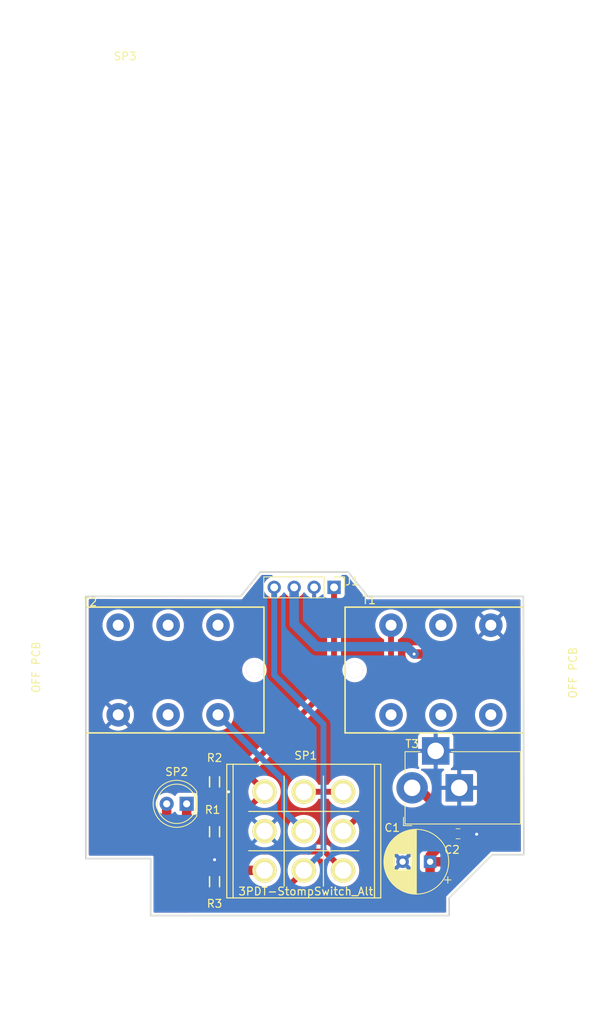
<source format=kicad_pcb>
(kicad_pcb (version 20221018) (generator pcbnew)
  (layers (0 "F.Cu" signal) (31 "B.Cu" signal) (34 "B.Paste" user) (35 "F.Paste" user) (36 "B.SilkS" user "B.Silkscreen") (37 "F.SilkS" user "F.Silkscreen") (38 "B.Mask" user) (39 "F.Mask" user) (44 "Edge.Cuts" user))
  (net 0 "")
  (net 1 "GND")
  (net 2 "+9V")
  (net 3 "Net-(R1-Pad2)")
  (net 4 "Net-(R1-Pad1)")
  (net 5 "Net-(T1-Pad5)")
  (net 6 "Net-(T1-Pad3)")
  (net 7 "Net-(T1-Pad2)")
  (net 8 "Net-(T1-Pad1)")
  (net 9 "Net-(T2-Pad5)")
  (net 10 "Net-(T2-Pad3)")
  (net 11 "Net-(T2-Pad2)")
  (net 12 "Net-(T2-Pad1)")
  (net 13 "/OUT")
  (net 14 "/IN")
  (net 15 "/Pedal_IN")
  (net 16 "/Pedal_OUT")
  (net 17 "/BYPASS")
  (footprint "AVR-KiCAD-Lib-Capacitors:C0805" (layer "F.Cu") (at 145.126 151.842)
    (fp_text reference "C2" (at -0.762 2.032 180) (layer "F.SilkS"))
    (fp_text value "CL21B104KCFNNNE" hide)
    (fp_line (start -0.254 -0.635) (end 0.254 -0.635) (stroke (width 0.1)) (layer "F.SilkS"))
    (fp_line (start -0.254 0.635) (end 0.254 0.635) (stroke (width 0.1)) (layer "F.SilkS"))
    (pad "1" smd roundrect (at -0.95 0) (size 1.321 1.524) (layers "F.Cu" "F.Paste" "F.Mask") (net 2 "+9V"))
    (pad "2" smd roundrect (at 0.95 0) (size 1.321 1.524) (layers "F.Cu" "F.Paste" "F.Mask") (net 1 "GND"))
  )
  (footprint "Connector_PinHeader_2.54mm:PinHeader_1x04_P2.54mm_Vertical" (layer "F.Cu") (at 129.35 120.5 -90)
    (fp_text reference "J1" (at -0.762 -2.286 180) (layer "F.SilkS"))
    (fp_text value "Conn_01x04_Female" hide)
    (fp_line (start -1.33 -1.33) (end 0 -1.33) (stroke (width 0.12)) (layer "F.SilkS"))
    (fp_line (start -1.33 0) (end -1.33 -1.33) (stroke (width 0.12)) (layer "F.SilkS"))
    (fp_line (start -1.33 1.27) (end -1.33 8.95) (stroke (width 0.12)) (layer "F.SilkS"))
    (fp_line (start -1.33 1.27) (end 1.33 1.27) (stroke (width 0.12)) (layer "F.SilkS"))
    (fp_line (start -1.33 8.95) (end 1.33 8.95) (stroke (width 0.12)) (layer "F.SilkS"))
    (fp_line (start 1.33 1.27) (end 1.33 8.95) (stroke (width 0.12)) (layer "F.SilkS"))
    (pad "1" thru_hole rect (at 0 0 270) (size 1.7 1.7) (drill 1) (layers "*.Cu" "*.Mask") (net 14 "/IN"))
    (pad "2" thru_hole oval (at 0 2.54 270) (size 1.7 1.7) (drill 1) (layers "*.Cu" "*.Mask") (net 1 "GND"))
    (pad "3" thru_hole oval (at 0 5.08 270) (size 1.7 1.7) (drill 1) (layers "*.Cu" "*.Mask") (net 2 "+9V"))
    (pad "4" thru_hole oval (at 0 7.62 270) (size 1.7 1.7) (drill 1) (layers "*.Cu" "*.Mask") (net 13 "/OUT"))
  )
  (footprint "AVR-KiCAD-Lib-Resistors:R1206" (layer "F.Cu") (at 114.138 151.588 90)
    (fp_text reference "R1" (at 2.794 -0.254) (layer "F.SilkS"))
    (fp_text value "RC1206FR-071KL" hide)
    (fp_line (start -0.635 -0.635) (end 0.635 -0.635) (stroke (width 0.2)) (layer "F.SilkS"))
    (fp_line (start 0.635 0.635) (end -0.635 0.635) (stroke (width 0.2)) (layer "F.SilkS"))
    (pad "1" smd roundrect (at -1.325 0 90) (size 1.1 2) (layers "F.Cu" "F.Paste" "F.Mask") (net 4 "Net-(R1-Pad1)"))
    (pad "2" smd roundrect (at 1.325 0 90) (size 1.1 2) (layers "F.Cu" "F.Paste" "F.Mask") (net 3 "Net-(R1-Pad2)"))
  )
  (footprint "AVR-KiCAD-Lib-Resistors:R1206" (layer "F.Cu") (at 114.138 145.238 -90)
    (fp_text reference "R2" (at -3.048 0 180) (layer "F.SilkS"))
    (fp_text value "RC1206FR-071ML" hide)
    (fp_line (start -0.635 -0.635) (end 0.635 -0.635) (stroke (width 0.2)) (layer "F.SilkS"))
    (fp_line (start 0.635 0.635) (end -0.635 0.635) (stroke (width 0.2)) (layer "F.SilkS"))
    (pad "1" smd roundrect (at -1.325 0 270) (size 1.1 2) (layers "F.Cu" "F.Paste" "F.Mask") (net 14 "/IN"))
    (pad "2" smd roundrect (at 1.325 0 270) (size 1.1 2) (layers "F.Cu" "F.Paste" "F.Mask") (net 1 "GND"))
  )
  (footprint "AVR-KiCAD-Lib-Resistors:R1206" (layer "F.Cu") (at 114.138 157.938 90)
    (fp_text reference "R3" (at -2.794 0) (layer "F.SilkS"))
    (fp_text value "RC1206FR-071ML" hide)
    (fp_line (start -0.635 -0.635) (end 0.635 -0.635) (stroke (width 0.2)) (layer "F.SilkS"))
    (fp_line (start 0.635 0.635) (end -0.635 0.635) (stroke (width 0.2)) (layer "F.SilkS"))
    (pad "1" smd roundrect (at -1.325 0 90) (size 1.1 2) (layers "F.Cu" "F.Paste" "F.Mask") (net 13 "/OUT"))
    (pad "2" smd roundrect (at 1.325 0 90) (size 1.1 2) (layers "F.Cu" "F.Paste" "F.Mask") (net 1 "GND"))
  )
  (footprint "AVR-KiCAD-Lib-Diodesl:LED_D5.0mm" (layer "F.Cu") (at 110.582 148.032 180)
    (fp_text reference "SP2" (at 1.27 4.064 180) (layer "F.SilkS"))
    (fp_text value "HLMP-4700-C0002" hide)
    (fp_line (start -1.29 -1.545) (end -1.29 1.545) (stroke (width 0.12)) (layer "F.SilkS"))
    (fp_arc (start -1.29 -1.54483) (mid 2.072002 -2.880433) (end 4.26 0.000462) (stroke (width 0.12)) (layer "F.SilkS"))
    (fp_arc (start 4.26 -0.000462) (mid 2.072002 2.880433) (end -1.29 1.54483) (stroke (width 0.12)) (layer "F.SilkS"))
    (fp_circle (center 1.27 0) (end 3.77 0) (stroke (width 0.12)) (fill none) (layer "F.SilkS"))
    (pad "1" thru_hole rect (at 0 0 180) (size 1.8 1.8) (drill 0.9) (layers "*.Cu" "*.Mask") (net 3 "Net-(R1-Pad2)"))
    (pad "2" thru_hole circle (at 2.54 0 180) (size 1.8 1.8) (drill 0.9) (layers "*.Cu" "*.Mask") (net 2 "+9V"))
  )
  (footprint "AVR-KiCAD-Lib-Connectors:ACJS-MHDR" (layer "F.Cu") (at 142.95 131.014)
    (fp_text reference "T1" (at -9.144 -8.89) (layer "F.SilkS"))
    (fp_text value "ACJS-MHDR")
    (fp_text user "OFF PCB" (at 16.8 0.35 90) (layer "F.SilkS"))
    (fp_line (start -12.2 -8) (end 10.5 -8) (stroke (width 0.2)) (layer "F.SilkS"))
    (fp_line (start -12.2 8) (end -12.2 -8) (stroke (width 0.2)) (layer "F.SilkS"))
    (fp_line (start -12.2 8) (end 10.5 8) (stroke (width 0.2)) (layer "F.SilkS"))
    (pad "1" thru_hole circle (at 6.35 5.7) (size 3 3) (drill 1.4) (layers "*.Cu" "*.Mask") (net 8 "Net-(T1-Pad1)"))
    (pad "2" thru_hole circle (at 0 5.7) (size 3 3) (drill 1.4) (layers "*.Cu" "*.Mask") (net 7 "Net-(T1-Pad2)"))
    (pad "3" thru_hole circle (at -6.35 5.7) (size 3 3) (drill 1.4) (layers "*.Cu" "*.Mask") (net 6 "Net-(T1-Pad3)"))
    (pad "4" thru_hole circle (at 6.35 -5.7) (size 3 3) (drill 1.4) (layers "*.Cu" "*.Mask") (net 1 "GND"))
    (pad "5" thru_hole circle (at 0 -5.7) (size 3 3) (drill 1.4) (layers "*.Cu" "*.Mask") (net 5 "Net-(T1-Pad5)"))
    (pad "6" thru_hole circle (at -6.35 -5.7) (size 3 3) (drill 1.4) (layers "*.Cu" "*.Mask") (net 15 "/Pedal_IN"))
    (pad "7" thru_hole circle (at -10.98 0) (size 2.1 2.1) (drill 2.1) (layers "*.Cu" "*.Mask"))
  )
  (footprint "AVR-KiCAD-Lib-Connectors:ACJS-MHDR" (layer "F.Cu") (at 108.225 131.014 180)
    (fp_text reference "T2" (at 9.906 8.636 180) (layer "F.SilkS"))
    (fp_text value "ACJS-MHDR")
    (fp_text user "OFF PCB" (at 16.8 0.35 270) (layer "F.SilkS"))
    (fp_line (start -12.2 -8) (end 10.5 -8) (stroke (width 0.2)) (layer "F.SilkS"))
    (fp_line (start -12.2 8) (end -12.2 -8) (stroke (width 0.2)) (layer "F.SilkS"))
    (fp_line (start -12.2 8) (end 10.5 8) (stroke (width 0.2)) (layer "F.SilkS"))
    (pad "1" thru_hole circle (at 6.35 5.7 180) (size 3 3) (drill 1.4) (layers "*.Cu" "*.Mask") (net 12 "Net-(T2-Pad1)"))
    (pad "2" thru_hole circle (at 0 5.7 180) (size 3 3) (drill 1.4) (layers "*.Cu" "*.Mask") (net 11 "Net-(T2-Pad2)"))
    (pad "3" thru_hole circle (at -6.35 5.7 180) (size 3 3) (drill 1.4) (layers "*.Cu" "*.Mask") (net 10 "Net-(T2-Pad3)"))
    (pad "4" thru_hole circle (at 6.35 -5.7 180) (size 3 3) (drill 1.4) (layers "*.Cu" "*.Mask") (net 1 "GND"))
    (pad "5" thru_hole circle (at 0 -5.7 180) (size 3 3) (drill 1.4) (layers "*.Cu" "*.Mask") (net 9 "Net-(T2-Pad5)"))
    (pad "6" thru_hole circle (at -6.35 -5.7 180) (size 3 3) (drill 1.4) (layers "*.Cu" "*.Mask") (net 16 "/Pedal_OUT"))
    (pad "7" thru_hole circle (at -10.98 0 180) (size 2.1 2.1) (drill 2.1) (layers "*.Cu" "*.Mask"))
  )
  (footprint "AVR-KiCAD-Lib-Special:Switches_Stomp_Switch_3PDT" (layer "F.Cu") (at 125.494107 151.5)
    (fp_text reference "SP1" (at 0.254 -9.604) (layer "F.SilkS"))
    (fp_text value "3PDT-StompSwitch_Alt" (at 0.254 7.668) (layer "F.SilkS"))
    (fp_line (start -9.8 -8.5) (end -9 -8.5) (stroke (width 0.15)) (layer "F.SilkS"))
    (fp_line (start -9.8 8.5) (end -9.8 -8.5) (stroke (width 0.15)) (layer "F.SilkS"))
    (fp_line (start -9 -8.5) (end 9 -8.5) (stroke (width 0.15)) (layer "F.SilkS"))
    (fp_line (start -9 8.5) (end -9.8 8.5) (stroke (width 0.15)) (layer "F.SilkS"))
    (fp_line (start -9 8.5) (end -9 -8.5) (stroke (width 0.15)) (layer "F.SilkS"))
    (fp_line (start -9 8.5) (end 9 8.5) (stroke (width 0.15)) (layer "F.SilkS"))
    (fp_line (start -7 -2.5) (end 7 -2.5) (stroke (width 0.15)) (layer "F.SilkS"))
    (fp_line (start -2.5 -7) (end -2.5 7) (stroke (width 0.15)) (layer "F.SilkS"))
    (fp_line (start 2.5 7) (end 2.5 -7) (stroke (width 0.15)) (layer "F.SilkS"))
    (fp_line (start 7 2.5) (end -7 2.5) (stroke (width 0.15)) (layer "F.SilkS"))
    (fp_line (start 9 -8.5) (end 9 0) (stroke (width 0.15)) (layer "F.SilkS"))
    (fp_line (start 9 8.5) (end 9 0) (stroke (width 0.15)) (layer "F.SilkS"))
    (fp_line (start 9.8 -8.5) (end 9 -8.5) (stroke (width 0.15)) (layer "F.SilkS"))
    (fp_line (start 9.8 8.5) (end 9 8.5) (stroke (width 0.15)) (layer "F.SilkS"))
    (fp_line (start 9.8 8.5) (end 9.8 -8.5) (stroke (width 0.15)) (layer "F.SilkS"))
    (pad "1" thru_hole circle locked (at 5 -5) (size 3.1 3.1) (drill 2.1) (layers "*.Cu" "*.Mask" "F.SilkS") (net 17 "/BYPASS"))
    (pad "2" thru_hole circle locked (at 0 -5) (size 3.1 3.1) (drill 2.1) (layers "*.Cu" "*.Mask" "F.SilkS") (net 17 "/BYPASS"))
    (pad "3" thru_hole circle locked (at -5 -5) (size 3.1 3.1) (drill 2.1) (layers "*.Cu" "*.Mask" "F.SilkS") (net 14 "/IN"))
    (pad "4" thru_hole circle locked (at 5 0) (size 3.1 3.1) (drill 2.1) (layers "*.Cu" "*.Mask" "F.SilkS") (net 15 "/Pedal_IN"))
    (pad "5" thru_hole circle locked (at 0 0) (size 3.1 3.1) (drill 2.1) (layers "*.Cu" "*.Mask" "F.SilkS") (net 16 "/Pedal_OUT"))
    (pad "6" thru_hole circle locked (at -5 0) (size 3.1 3.1) (drill 2.1) (layers "*.Cu" "*.Mask" "F.SilkS") (net 1 "GND"))
    (pad "7" thru_hole circle locked (at 5 5) (size 3.1 3.1) (drill 2.1) (layers "*.Cu" "*.Mask" "F.SilkS") (net 14 "/IN"))
    (pad "8" thru_hole circle locked (at 0 5) (size 3.1 3.1) (drill 2.1) (layers "*.Cu" "*.Mask" "F.SilkS") (net 13 "/OUT"))
    (pad "9" thru_hole circle locked (at -5 5) (size 3.1 3.1) (drill 2.1) (layers "*.Cu" "*.Mask" "F.SilkS") (net 4 "Net-(R1-Pad1)"))
  )
  (footprint "AVR-KiCAD-Lib-Capacitors:CP_Radial_D8.0mm_P3.50mm" (layer "F.Cu") (at 141.57 155.398 180)
    (fp_text reference "C1" (at 4.826 4.318 180) (layer "F.SilkS"))
    (fp_text value "UFW1H101MPD" hide)
    (fp_line (start -2.659698 -2.315) (end -1.859698 -2.315) (stroke (width 0.12)) (layer "F.SilkS"))
    (fp_line (start -2.259698 -2.715) (end -2.259698 -1.915) (stroke (width 0.12)) (layer "F.SilkS"))
    (fp_line (start 1.75 -4.08) (end 1.75 4.08) (stroke (width 0.12)) (layer "F.SilkS"))
    (fp_line (start 1.79 -4.08) (end 1.79 4.08) (stroke (width 0.12)) (layer "F.SilkS"))
    (fp_line (start 1.83 -4.08) (end 1.83 4.08) (stroke (width 0.12)) (layer "F.SilkS"))
    (fp_line (start 1.87 -4.079) (end 1.87 4.079) (stroke (width 0.12)) (layer "F.SilkS"))
    (fp_line (start 1.91 -4.077) (end 1.91 4.077) (stroke (width 0.12)) (layer "F.SilkS"))
    (fp_line (start 1.95 -4.076) (end 1.95 4.076) (stroke (width 0.12)) (layer "F.SilkS"))
    (fp_line (start 1.99 -4.074) (end 1.99 4.074) (stroke (width 0.12)) (layer "F.SilkS"))
    (fp_line (start 2.03 -4.071) (end 2.03 4.071) (stroke (width 0.12)) (layer "F.SilkS"))
    (fp_line (start 2.07 -4.068) (end 2.07 4.068) (stroke (width 0.12)) (layer "F.SilkS"))
    (fp_line (start 2.11 -4.065) (end 2.11 4.065) (stroke (width 0.12)) (layer "F.SilkS"))
    (fp_line (start 2.15 -4.061) (end 2.15 4.061) (stroke (width 0.12)) (layer "F.SilkS"))
    (fp_line (start 2.19 -4.057) (end 2.19 4.057) (stroke (width 0.12)) (layer "F.SilkS"))
    (fp_line (start 2.23 -4.052) (end 2.23 4.052) (stroke (width 0.12)) (layer "F.SilkS"))
    (fp_line (start 2.27 -4.048) (end 2.27 4.048) (stroke (width 0.12)) (layer "F.SilkS"))
    (fp_line (start 2.31 -4.042) (end 2.31 4.042) (stroke (width 0.12)) (layer "F.SilkS"))
    (fp_line (start 2.35 -4.037) (end 2.35 4.037) (stroke (width 0.12)) (layer "F.SilkS"))
    (fp_line (start 2.39 -4.03) (end 2.39 4.03) (stroke (width 0.12)) (layer "F.SilkS"))
    (fp_line (start 2.43 -4.024) (end 2.43 4.024) (stroke (width 0.12)) (layer "F.SilkS"))
    (fp_line (start 2.471 -4.017) (end 2.471 -1.04) (stroke (width 0.12)) (layer "F.SilkS"))
    (fp_line (start 2.471 1.04) (end 2.471 4.017) (stroke (width 0.12)) (layer "F.SilkS"))
    (fp_line (start 2.511 -4.01) (end 2.511 -1.04) (stroke (width 0.12)) (layer "F.SilkS"))
    (fp_line (start 2.511 1.04) (end 2.511 4.01) (stroke (width 0.12)) (layer "F.SilkS"))
    (fp_line (start 2.551 -4.002) (end 2.551 -1.04) (stroke (width 0.12)) (layer "F.SilkS"))
    (fp_line (start 2.551 1.04) (end 2.551 4.002) (stroke (width 0.12)) (layer "F.SilkS"))
    (fp_line (start 2.591 -3.994) (end 2.591 -1.04) (stroke (width 0.12)) (layer "F.SilkS"))
    (fp_line (start 2.591 1.04) (end 2.591 3.994) (stroke (width 0.12)) (layer "F.SilkS"))
    (fp_line (start 2.631 -3.985) (end 2.631 -1.04) (stroke (width 0.12)) (layer "F.SilkS"))
    (fp_line (start 2.631 1.04) (end 2.631 3.985) (stroke (width 0.12)) (layer "F.SilkS"))
    (fp_line (start 2.671 -3.976) (end 2.671 -1.04) (stroke (width 0.12)) (layer "F.SilkS"))
    (fp_line (start 2.671 1.04) (end 2.671 3.976) (stroke (width 0.12)) (layer "F.SilkS"))
    (fp_line (start 2.711 -3.967) (end 2.711 -1.04) (stroke (width 0.12)) (layer "F.SilkS"))
    (fp_line (start 2.711 1.04) (end 2.711 3.967) (stroke (width 0.12)) (layer "F.SilkS"))
    (fp_line (start 2.751 -3.957) (end 2.751 -1.04) (stroke (width 0.12)) (layer "F.SilkS"))
    (fp_line (start 2.751 1.04) (end 2.751 3.957) (stroke (width 0.12)) (layer "F.SilkS"))
    (fp_line (start 2.791 -3.947) (end 2.791 -1.04) (stroke (width 0.12)) (layer "F.SilkS"))
    (fp_line (start 2.791 1.04) (end 2.791 3.947) (stroke (width 0.12)) (layer "F.SilkS"))
    (fp_line (start 2.831 -3.936) (end 2.831 -1.04) (stroke (width 0.12)) (layer "F.SilkS"))
    (fp_line (start 2.831 1.04) (end 2.831 3.936) (stroke (width 0.12)) (layer "F.SilkS"))
    (fp_line (start 2.871 -3.925) (end 2.871 -1.04) (stroke (width 0.12)) (layer "F.SilkS"))
    (fp_line (start 2.871 1.04) (end 2.871 3.925) (stroke (width 0.12)) (layer "F.SilkS"))
    (fp_line (start 2.911 -3.914) (end 2.911 -1.04) (stroke (width 0.12)) (layer "F.SilkS"))
    (fp_line (start 2.911 1.04) (end 2.911 3.914) (stroke (width 0.12)) (layer "F.SilkS"))
    (fp_line (start 2.951 -3.902) (end 2.951 -1.04) (stroke (width 0.12)) (layer "F.SilkS"))
    (fp_line (start 2.951 1.04) (end 2.951 3.902) (stroke (width 0.12)) (layer "F.SilkS"))
    (fp_line (start 2.991 -3.889) (end 2.991 -1.04) (stroke (width 0.12)) (layer "F.SilkS"))
    (fp_line (start 2.991 1.04) (end 2.991 3.889) (stroke (width 0.12)) (layer "F.SilkS"))
    (fp_line (start 3.031 -3.877) (end 3.031 -1.04) (stroke (width 0.12)) (layer "F.SilkS"))
    (fp_line (start 3.031 1.04) (end 3.031 3.877) (stroke (width 0.12)) (layer "F.SilkS"))
    (fp_line (start 3.071 -3.863) (end 3.071 -1.04) (stroke (width 0.12)) (layer "F.SilkS"))
    (fp_line (start 3.071 1.04) (end 3.071 3.863) (stroke (width 0.12)) (layer "F.SilkS"))
    (fp_line (start 3.111 -3.85) (end 3.111 -1.04) (stroke (width 0.12)) (layer "F.SilkS"))
    (fp_line (start 3.111 1.04) (end 3.111 3.85) (stroke (width 0.12)) (layer "F.SilkS"))
    (fp_line (start 3.151 -3.835) (end 3.151 -1.04) (stroke (width 0.12)) (layer "F.SilkS"))
    (fp_line (start 3.151 1.04) (end 3.151 3.835) (stroke (width 0.12)) (layer "F.SilkS"))
    (fp_line (start 3.191 -3.821) (end 3.191 -1.04) (stroke (width 0.12)) (layer "F.SilkS"))
    (fp_line (start 3.191 1.04) (end 3.191 3.821) (stroke (width 0.12)) (layer "F.SilkS"))
    (fp_line (start 3.231 -3.805) (end 3.231 -1.04) (stroke (width 0.12)) (layer "F.SilkS"))
    (fp_line (start 3.231 1.04) (end 3.231 3.805) (stroke (width 0.12)) (layer "F.SilkS"))
    (fp_line (start 3.271 -3.79) (end 3.271 -1.04) (stroke (width 0.12)) (layer "F.SilkS"))
    (fp_line (start 3.271 1.04) (end 3.271 3.79) (stroke (width 0.12)) (layer "F.SilkS"))
    (fp_line (start 3.311 -3.774) (end 3.311 -1.04) (stroke (width 0.12)) (layer "F.SilkS"))
    (fp_line (start 3.311 1.04) (end 3.311 3.774) (stroke (width 0.12)) (layer "F.SilkS"))
    (fp_line (start 3.351 -3.757) (end 3.351 -1.04) (stroke (width 0.12)) (layer "F.SilkS"))
    (fp_line (start 3.351 1.04) (end 3.351 3.757) (stroke (width 0.12)) (layer "F.SilkS"))
    (fp_line (start 3.391 -3.74) (end 3.391 -1.04) (stroke (width 0.12)) (layer "F.SilkS"))
    (fp_line (start 3.391 1.04) (end 3.391 3.74) (stroke (width 0.12)) (layer "F.SilkS"))
    (fp_line (start 3.431 -3.722) (end 3.431 -1.04) (stroke (width 0.12)) (layer "F.SilkS"))
    (fp_line (start 3.431 1.04) (end 3.431 3.722) (stroke (width 0.12)) (layer "F.SilkS"))
    (fp_line (start 3.471 -3.704) (end 3.471 -1.04) (stroke (width 0.12)) (layer "F.SilkS"))
    (fp_line (start 3.471 1.04) (end 3.471 3.704) (stroke (width 0.12)) (layer "F.SilkS"))
    (fp_line (start 3.511 -3.686) (end 3.511 -1.04) (stroke (width 0.12)) (layer "F.SilkS"))
    (fp_line (start 3.511 1.04) (end 3.511 3.686) (stroke (width 0.12)) (layer "F.SilkS"))
    (fp_line (start 3.551 -3.666) (end 3.551 -1.04) (stroke (width 0.12)) (layer "F.SilkS"))
    (fp_line (start 3.551 1.04) (end 3.551 3.666) (stroke (width 0.12)) (layer "F.SilkS"))
    (fp_line (start 3.591 -3.647) (end 3.591 -1.04) (stroke (width 0.12)) (layer "F.SilkS"))
    (fp_line (start 3.591 1.04) (end 3.591 3.647) (stroke (width 0.12)) (layer "F.SilkS"))
    (fp_line (start 3.631 -3.627) (end 3.631 -1.04) (stroke (width 0.12)) (layer "F.SilkS"))
    (fp_line (start 3.631 1.04) (end 3.631 3.627) (stroke (width 0.12)) (layer "F.SilkS"))
    (fp_line (start 3.671 -3.606) (end 3.671 -1.04) (stroke (width 0.12)) (layer "F.SilkS"))
    (fp_line (start 3.671 1.04) (end 3.671 3.606) (stroke (width 0.12)) (layer "F.SilkS"))
    (fp_line (start 3.711 -3.584) (end 3.711 -1.04) (stroke (width 0.12)) (layer "F.SilkS"))
    (fp_line (start 3.711 1.04) (end 3.711 3.584) (stroke (width 0.12)) (layer "F.SilkS"))
    (fp_line (start 3.751 -3.562) (end 3.751 -1.04) (stroke (width 0.12)) (layer "F.SilkS"))
    (fp_line (start 3.751 1.04) (end 3.751 3.562) (stroke (width 0.12)) (layer "F.SilkS"))
    (fp_line (start 3.791 -3.54) (end 3.791 -1.04) (stroke (width 0.12)) (layer "F.SilkS"))
    (fp_line (start 3.791 1.04) (end 3.791 3.54) (stroke (width 0.12)) (layer "F.SilkS"))
    (fp_line (start 3.831 -3.517) (end 3.831 -1.04) (stroke (width 0.12)) (layer "F.SilkS"))
    (fp_line (start 3.831 1.04) (end 3.831 3.517) (stroke (width 0.12)) (layer "F.SilkS"))
    (fp_line (start 3.871 -3.493) (end 3.871 -1.04) (stroke (width 0.12)) (layer "F.SilkS"))
    (fp_line (start 3.871 1.04) (end 3.871 3.493) (stroke (width 0.12)) (layer "F.SilkS"))
    (fp_line (start 3.911 -3.469) (end 3.911 -1.04) (stroke (width 0.12)) (layer "F.SilkS"))
    (fp_line (start 3.911 1.04) (end 3.911 3.469) (stroke (width 0.12)) (layer "F.SilkS"))
    (fp_line (start 3.951 -3.444) (end 3.951 -1.04) (stroke (width 0.12)) (layer "F.SilkS"))
    (fp_line (start 3.951 1.04) (end 3.951 3.444) (stroke (width 0.12)) (layer "F.SilkS"))
    (fp_line (start 3.991 -3.418) (end 3.991 -1.04) (stroke (width 0.12)) (layer "F.SilkS"))
    (fp_line (start 3.991 1.04) (end 3.991 3.418) (stroke (width 0.12)) (layer "F.SilkS"))
    (fp_line (start 4.031 -3.392) (end 4.031 -1.04) (stroke (width 0.12)) (layer "F.SilkS"))
    (fp_line (start 4.031 1.04) (end 4.031 3.392) (stroke (width 0.12)) (layer "F.SilkS"))
    (fp_line (start 4.071 -3.365) (end 4.071 -1.04) (stroke (width 0.12)) (layer "F.SilkS"))
    (fp_line (start 4.071 1.04) (end 4.071 3.365) (stroke (width 0.12)) (layer "F.SilkS"))
    (fp_line (start 4.111 -3.338) (end 4.111 -1.04) (stroke (width 0.12)) (layer "F.SilkS"))
    (fp_line (start 4.111 1.04) (end 4.111 3.338) (stroke (width 0.12)) (layer "F.SilkS"))
    (fp_line (start 4.151 -3.309) (end 4.151 -1.04) (stroke (width 0.12)) (layer "F.SilkS"))
    (fp_line (start 4.151 1.04) (end 4.151 3.309) (stroke (width 0.12)) (layer "F.SilkS"))
    (fp_line (start 4.191 -3.28) (end 4.191 -1.04) (stroke (width 0.12)) (layer "F.SilkS"))
    (fp_line (start 4.191 1.04) (end 4.191 3.28) (stroke (width 0.12)) (layer "F.SilkS"))
    (fp_line (start 4.231 -3.25) (end 4.231 -1.04) (stroke (width 0.12)) (layer "F.SilkS"))
    (fp_line (start 4.231 1.04) (end 4.231 3.25) (stroke (width 0.12)) (layer "F.SilkS"))
    (fp_line (start 4.271 -3.22) (end 4.271 -1.04) (stroke (width 0.12)) (layer "F.SilkS"))
    (fp_line (start 4.271 1.04) (end 4.271 3.22) (stroke (width 0.12)) (layer "F.SilkS"))
    (fp_line (start 4.311 -3.189) (end 4.311 -1.04) (stroke (width 0.12)) (layer "F.SilkS"))
    (fp_line (start 4.311 1.04) (end 4.311 3.189) (stroke (width 0.12)) (layer "F.SilkS"))
    (fp_line (start 4.351 -3.156) (end 4.351 -1.04) (stroke (width 0.12)) (layer "F.SilkS"))
    (fp_line (start 4.351 1.04) (end 4.351 3.156) (stroke (width 0.12)) (layer "F.SilkS"))
    (fp_line (start 4.391 -3.124) (end 4.391 -1.04) (stroke (width 0.12)) (layer "F.SilkS"))
    (fp_line (start 4.391 1.04) (end 4.391 3.124) (stroke (width 0.12)) (layer "F.SilkS"))
    (fp_line (start 4.431 -3.09) (end 4.431 -1.04) (stroke (width 0.12)) (layer "F.SilkS"))
    (fp_line (start 4.431 1.04) (end 4.431 3.09) (stroke (width 0.12)) (layer "F.SilkS"))
    (fp_line (start 4.471 -3.055) (end 4.471 -1.04) (stroke (width 0.12)) (layer "F.SilkS"))
    (fp_line (start 4.471 1.04) (end 4.471 3.055) (stroke (width 0.12)) (layer "F.SilkS"))
    (fp_line (start 4.511 -3.019) (end 4.511 -1.04) (stroke (width 0.12)) (layer "F.SilkS"))
    (fp_line (start 4.511 1.04) (end 4.511 3.019) (stroke (width 0.12)) (layer "F.SilkS"))
    (fp_line (start 4.551 -2.983) (end 4.551 2.983) (stroke (width 0.12)) (layer "F.SilkS"))
    (fp_line (start 4.591 -2.945) (end 4.591 2.945) (stroke (width 0.12)) (layer "F.SilkS"))
    (fp_line (start 4.631 -2.907) (end 4.631 2.907) (stroke (width 0.12)) (layer "F.SilkS"))
    (fp_line (start 4.671 -2.867) (end 4.671 2.867) (stroke (width 0.12)) (layer "F.SilkS"))
    (fp_line (start 4.711 -2.826) (end 4.711 2.826) (stroke (width 0.12)) (layer "F.SilkS"))
    (fp_line (start 4.751 -2.784) (end 4.751 2.784) (stroke (width 0.12)) (layer "F.SilkS"))
    (fp_line (start 4.791 -2.741) (end 4.791 2.741) (stroke (width 0.12)) (layer "F.SilkS"))
    (fp_line (start 4.831 -2.697) (end 4.831 2.697) (stroke (width 0.12)) (layer "F.SilkS"))
    (fp_line (start 4.871 -2.651) (end 4.871 2.651) (stroke (width 0.12)) (layer "F.SilkS"))
    (fp_line (start 4.911 -2.604) (end 4.911 2.604) (stroke (width 0.12)) (layer "F.SilkS"))
    (fp_line (start 4.951 -2.556) (end 4.951 2.556) (stroke (width 0.12)) (layer "F.SilkS"))
    (fp_line (start 4.991 -2.505) (end 4.991 2.505) (stroke (width 0.12)) (layer "F.SilkS"))
    (fp_line (start 5.031 -2.454) (end 5.031 2.454) (stroke (width 0.12)) (layer "F.SilkS"))
    (fp_line (start 5.071 -2.4) (end 5.071 2.4) (stroke (width 0.12)) (layer "F.SilkS"))
    (fp_line (start 5.111 -2.345) (end 5.111 2.345) (stroke (width 0.12)) (layer "F.SilkS"))
    (fp_line (start 5.151 -2.287) (end 5.151 2.287) (stroke (width 0.12)) (layer "F.SilkS"))
    (fp_line (start 5.191 -2.228) (end 5.191 2.228) (stroke (width 0.12)) (layer "F.SilkS"))
    (fp_line (start 5.231 -2.166) (end 5.231 2.166) (stroke (width 0.12)) (layer "F.SilkS"))
    (fp_line (start 5.271 -2.102) (end 5.271 2.102) (stroke (width 0.12)) (layer "F.SilkS"))
    (fp_line (start 5.311 -2.034) (end 5.311 2.034) (stroke (width 0.12)) (layer "F.SilkS"))
    (fp_line (start 5.351 -1.964) (end 5.351 1.964) (stroke (width 0.12)) (layer "F.SilkS"))
    (fp_line (start 5.391 -1.89) (end 5.391 1.89) (stroke (width 0.12)) (layer "F.SilkS"))
    (fp_line (start 5.431 -1.813) (end 5.431 1.813) (stroke (width 0.12)) (layer "F.SilkS"))
    (fp_line (start 5.471 -1.731) (end 5.471 1.731) (stroke (width 0.12)) (layer "F.SilkS"))
    (fp_line (start 5.511 -1.645) (end 5.511 1.645) (stroke (width 0.12)) (layer "F.SilkS"))
    (fp_line (start 5.551 -1.552) (end 5.551 1.552) (stroke (width 0.12)) (layer "F.SilkS"))
    (fp_line (start 5.591 -1.453) (end 5.591 1.453) (stroke (width 0.12)) (layer "F.SilkS"))
    (fp_line (start 5.631 -1.346) (end 5.631 1.346) (stroke (width 0.12)) (layer "F.SilkS"))
    (fp_line (start 5.671 -1.229) (end 5.671 1.229) (stroke (width 0.12)) (layer "F.SilkS"))
    (fp_line (start 5.711 -1.098) (end 5.711 1.098) (stroke (width 0.12)) (layer "F.SilkS"))
    (fp_line (start 5.751 -0.948) (end 5.751 0.948) (stroke (width 0.12)) (layer "F.SilkS"))
    (fp_line (start 5.791 -0.768) (end 5.791 0.768) (stroke (width 0.12)) (layer "F.SilkS"))
    (fp_line (start 5.831 -0.533) (end 5.831 0.533) (stroke (width 0.12)) (layer "F.SilkS"))
    (fp_circle (center 1.75 0) (end 5.87 0) (stroke (width 0.12)) (fill none) (layer "F.SilkS"))
    (pad "1" thru_hole rect (at 0 0 180) (size 1.6 1.6) (drill 0.8) (layers "*.Cu" "*.Mask") (net 2 "+9V"))
    (pad "2" thru_hole circle (at 3.5 0 180) (size 1.6 1.6) (drill 0.8) (layers "*.Cu" "*.Mask") (net 1 "GND"))
  )
  (footprint "AVR-KiCAD-Lib-Connectors:BarrelJack_Horizontal" (layer "F.Cu") (at 139.284 146 180)
    (fp_text reference "T3" (at 0 5.588 180) (layer "F.SilkS"))
    (fp_text value "54-00129")
    (fp_line (start -13.8 -4.6) (end 0.9 -4.6) (stroke (width 0.12)) (layer "F.SilkS"))
    (fp_line (start -13.8 4.6) (end -13.8 -4.6) (stroke (width 0.12)) (layer "F.SilkS"))
    (fp_line (start -5 4.6) (end -13.8 4.6) (stroke (width 0.12)) (layer "F.SilkS"))
    (fp_line (start 0.05 -4.8) (end 1.1 -4.8) (stroke (width 0.12)) (layer "F.SilkS"))
    (fp_line (start 0.9 -4.6) (end 0.9 -2) (stroke (width 0.12)) (layer "F.SilkS"))
    (fp_line (start 0.9 1.9) (end 0.9 4.6) (stroke (width 0.12)) (layer "F.SilkS"))
    (fp_line (start 0.9 4.6) (end -1 4.6) (stroke (width 0.12)) (layer "F.SilkS"))
    (fp_line (start 1.1 -3.75) (end 1.1 -4.8) (stroke (width 0.12)) (layer "F.SilkS"))
    (pad "1" thru_hole circle (at 0 0 180) (size 4 4) (drill 2.1) (layers "*.Cu" "*.Mask") (net 2 "+9V"))
    (pad "2" thru_hole rect (at -6 0 180) (size 3.5 3.5) (drill 2.1) (layers "*.Cu" "*.Mask") (net 1 "GND"))
    (pad "3" thru_hole rect (at -3 4.7 180) (size 3.5 3.5) (drill 2.1) (layers "*.Cu" "*.Mask") (net 1 "GND"))
  )
  (footprint "AVR-KiCAD-Lib-Special:1590B" (layer "F.Cu") (at 100.05 161)
    (fp_text reference "SP3" (at 2.7 -108.05) (layer "F.SilkS"))
    (fp_text value "Hammond_1590B")
  )
  (gr_line (start 125.55 118.55) (end 119.95 118.55) (stroke (width 0.2)) (layer "Edge.Cuts"))
  (gr_line (start 97.75 155) (end 106 155) (stroke (width 0.2)) (layer "Edge.Cuts"))
  (gr_line (start 153.5 154.5) (end 149.5 154.5) (stroke (width 0.2)) (layer "Edge.Cuts"))
  (gr_line (start 153.5 154.5) (end 153.45 121.65) (stroke (width 0.2)) (layer "Edge.Cuts"))
  (gr_line (start 125.55 118.55) (end 131.15 118.55) (stroke (width 0.2)) (layer "Edge.Cuts"))
  (gr_line (start 117.45 121.65) (end 119.95 118.55) (stroke (width 0.2)) (layer "Edge.Cuts"))
  (gr_line (start 131.15 118.55) (end 133.65 121.65) (stroke (width 0.2)) (layer "Edge.Cuts"))
  (gr_line (start 117.45 121.65) (end 97.75 121.65) (stroke (width 0.2)) (layer "Edge.Cuts"))
  (gr_line (start 144 162.25) (end 144 160) (stroke (width 0.2)) (layer "Edge.Cuts"))
  (gr_line (start 144 160) (end 149.5 154.5) (stroke (width 0.2)) (layer "Edge.Cuts"))
  (gr_line (start 106 162.25) (end 106 155) (stroke (width 0.2)) (layer "Edge.Cuts"))
  (gr_line (start 153.45 121.65) (end 133.65 121.65) (stroke (width 0.2)) (layer "Edge.Cuts"))
  (gr_line (start 97.75 155) (end 97.75 121.65) (stroke (width 0.2)) (layer "Edge.Cuts"))
  (gr_line (start 106 162.25) (end 144 162.25) (stroke (width 0.2)) (layer "Edge.Cuts"))
  (segment (start 114.138 156.613) (end 114.138 155.144) (width 0.75) (layer "F.Cu") (net 1))
  (segment (start 114.193 146.508) (end 114.138 146.563) (width 0.25) (layer "F.Cu") (net 1))
  (segment (start 115.916 146.508) (end 114.193 146.508) (width 0.75) (layer "F.Cu") (net 1))
  (via (at 147.5 151.9) (size 1.143) (drill 0.381) (layers "F.Cu" "B.Cu") (net 1))
  (via (at 115.916 146.508) (size 1.143) (drill 0.381) (layers "F.Cu" "B.Cu") (net 1))
  (via (at 114.138 155.144) (size 1.143) (drill 0.381) (layers "F.Cu" "B.Cu") (net 1))
  (segment (start 139.538 128.982) (end 139.538 128.982) (width 1.2) (layer "F.Cu") (net 2))
  (segment (start 149.6 152.7) (end 149.6 142.5) (width 1.2) (layer "F.Cu") (net 2))
  (segment (start 139.814 160.986) (end 111.636 160.986) (width 1.2) (layer "F.Cu") (net 2))
  (segment (start 144.176 150.13) (end 144.176 151.842) (width 1.2) (layer "F.Cu") (net 2))
  (segment (start 141.57 155.398) (end 141.57 159.23) (width 1.2) (layer "F.Cu") (net 2))
  (segment (start 111.636 160.986) (end 109.9 159.25) (width 1.2) (layer "F.Cu") (net 2))
  (segment (start 108.042 150.592) (end 108.042 148.032) (width 1.2) (layer "F.Cu") (net 2))
  (segment (start 109.9 152.45) (end 108.042 150.592) (width 1.2) (layer "F.Cu") (net 2))
  (segment (start 141.57 154.636) (end 141.57 155.398) (width 1.2) (layer "F.Cu") (net 2))
  (segment (start 146.2 139.1) (end 146.2 133.35) (width 1.2) (layer "F.Cu") (net 2))
  (segment (start 149.6 142.5) (end 146.2 139.1) (width 1.2) (layer "F.Cu") (net 2))
  (segment (start 141.57 155.398) (end 141.572 155.4) (width 1.2) (layer "F.Cu") (net 2))
  (segment (start 146.2 133.35) (end 141.832 128.982) (width 1.2) (layer "F.Cu") (net 2))
  (segment (start 109.9 159.25) (end 109.9 152.45) (width 1.2) (layer "F.Cu") (net 2))
  (segment (start 139.284 146) (end 140.046 146) (width 1.2) (layer "F.Cu") (net 2))
  (segment (start 144.176 151.842) (end 144.176 152.03) (width 1.2) (layer "F.Cu") (net 2))
  (segment (start 140.046 146) (end 144.176 150.13) (width 1.2) (layer "F.Cu") (net 2))
  (segment (start 146.9 155.4) (end 149.6 152.7) (width 1.2) (layer "F.Cu") (net 2))
  (segment (start 141.57 159.23) (end 139.814 160.986) (width 1.2) (layer "F.Cu") (net 2))
  (segment (start 144.176 152.03) (end 141.57 154.636) (width 1.2) (layer "F.Cu") (net 2))
  (segment (start 141.572 155.4) (end 146.9 155.4) (width 1.2) (layer "F.Cu") (net 2))
  (segment (start 141.832 128.982) (end 139.538 128.982) (width 1.2) (layer "F.Cu") (net 2))
  (via (at 139.538 128.982) (size 1.143) (drill 0.381) (layers "F.Cu" "B.Cu") (net 2))
  (segment (start 124.27 125.17) (end 124.27 120.5) (width 1.2) (layer "B.Cu") (net 2))
  (segment (start 139.538 128.982) (end 138.606 128.05) (width 1.2) (layer "B.Cu") (net 2))
  (segment (start 138.606 128.05) (end 127.15 128.05) (width 1.2) (layer "B.Cu") (net 2))
  (segment (start 127.15 128.05) (end 124.27 125.17) (width 1.2) (layer "B.Cu") (net 2))
  (segment (start 110.582 149.556) (end 110.582 148.032) (width 1.2) (layer "F.Cu") (net 3))
  (segment (start 114.138 150.263) (end 111.289 150.263) (width 1.2) (layer "F.Cu") (net 3))
  (segment (start 111.289 150.263) (end 110.582 149.556) (width 1.2) (layer "F.Cu") (net 3))
  (segment (start 114.193 152.858) (end 114.138 152.913) (width 0.25) (layer "F.Cu") (net 4))
  (segment (start 120.568 156.5) (end 118.288 156.5) (width 1.2) (layer "F.Cu") (net 4))
  (segment (start 118.288 156.5) (end 114.646 152.858) (width 1.2) (layer "F.Cu") (net 4))
  (segment (start 114.646 152.858) (end 114.193 152.858) (width 1.2) (layer "F.Cu") (net 4))
  (segment (start 122.805 159.263) (end 125.568 156.5) (width 0.75) (layer "F.Cu") (net 13))
  (segment (start 114.138 159.263) (end 122.805 159.263) (width 0.75) (layer "F.Cu") (net 13))
  (segment (start 128 153.994107) (end 128 137.91667) (width 0.75) (layer "B.Cu") (net 13))
  (segment (start 125.494107 156.5) (end 128 153.994107) (width 0.75) (layer "B.Cu") (net 13))
  (segment (start 128 137.91667) (end 121.73 131.64667) (width 0.75) (layer "B.Cu") (net 13))
  (segment (start 121.73 131.64667) (end 121.73 120.5) (width 0.75) (layer "B.Cu") (net 13))
  (segment (start 120.496 146.5) (end 120.568 146.5) (width 0.75) (layer "F.Cu") (net 14))
  (segment (start 128.175217 154.107217) (end 118.90851 154.107217) (width 0.75) (layer "F.Cu") (net 14))
  (segment (start 129.35 120.5) (end 129.35 121.3) (width 0.75) (layer "F.Cu") (net 14))
  (segment (start 117.694 149.302) (end 120.496 146.5) (width 0.75) (layer "F.Cu") (net 14))
  (segment (start 118.90851 154.107217) (end 117.694 152.892707) (width 0.75) (layer "F.Cu") (net 14))
  (segment (start 120.568 147.858) (end 120.568 146.5) (width 0.25) (layer "F.Cu") (net 14))
  (segment (start 130.568 156.5) (end 128.175217 154.107217) (width 0.75) (layer "F.Cu") (net 14))
  (segment (start 129.342 120.508) (end 129.35 120.5) (width 0.75) (layer "F.Cu") (net 14))
  (segment (start 117.694 152.892707) (end 117.694 149.302) (width 0.75) (layer "F.Cu") (net 14))
  (segment (start 117.981 143.913) (end 129.342 132.552) (width 0.75) (layer "F.Cu") (net 14))
  (segment (start 129.342 132.552) (end 129.342 120.508) (width 0.75) (layer "F.Cu") (net 14))
  (segment (start 120.488 146.42) (end 120.568 146.5) (width 0.25) (layer "F.Cu") (net 14))
  (segment (start 117.981 143.913) (end 114.138 143.913) (width 0.75) (layer "F.Cu") (net 14))
  (segment (start 120.568 146.5) (end 117.981 143.913) (width 0.75) (layer "F.Cu") (net 14))
  (segment (start 136.6 131.8) (end 133.45 134.95) (width 0.75) (layer "F.Cu") (net 15))
  (segment (start 133.45 134.95) (end 133.45 136.4) (width 0.75) (layer "F.Cu") (net 15))
  (segment (start 136.6 125.314) (end 136.6 131.8) (width 0.75) (layer "F.Cu") (net 15))
  (segment (start 133.442 148.626) (end 133.442 136.308) (width 0.75) (layer "F.Cu") (net 15))
  (segment (start 130.568 151.5) (end 133.442 148.626) (width 0.75) (layer "F.Cu") (net 15))
  (segment (start 125.568 151.5) (end 125.55 151.5) (width 0.75) (layer "F.Cu") (net 16))
  (segment (start 123.028 148.978) (end 123.028 145.167) (width 0.75) (layer "B.Cu") (net 16))
  (segment (start 125.55 151.5) (end 123.028 148.978) (width 0.75) (layer "B.Cu") (net 16))
  (segment (start 123.028 145.167) (end 114.575 136.714) (width 0.75) (layer "B.Cu") (net 16))
  (segment (start 127.760031 146.5) (end 130.568 146.5) (width 0.75) (layer "F.Cu") (net 17))
  (segment (start 125.568 146.5) (end 127.760031 146.5) (width 0.75) (layer "F.Cu") (net 17))
  (zone (net 1) (net_name "GND") (layer "F.Cu") (connect_pads (clearance 0.508)) (min_thickness 0.254) (fill yes (thermal_gap 0.508) (thermal_bridge_width 0.508))
    (polygon (pts (xy 144 162.25) (xy 106 162.25) (xy 106 155) (xy 97.75 155) (xy 97.75 121.65) (xy 117.45 121.65) (xy 119.95 118.55) (xy 131.15 118.55) (xy 133.65 121.65) (xy 153.45 121.65) (xy 153.5 154.45) (xy 153.5 154.5) (xy 149.5 154.5) (xy 144 160)))
  )
  (zone (net 1) (net_name "GND") (layer "B.Cu") (connect_pads (clearance 0.508)) (min_thickness 0.254) (fill yes (thermal_gap 0.508) (thermal_bridge_width 0.508))
    (polygon (pts (xy 144 162.25) (xy 106 162.25) (xy 106 155) (xy 97.75 155) (xy 97.75 121.65) (xy 117.45 121.65) (xy 119.95 118.55) (xy 131.15 118.55) (xy 133.65 121.65) (xy 153.45 121.65) (xy 153.5 154.45) (xy 149.55 154.45) (xy 144 160)))
  )
)
</source>
